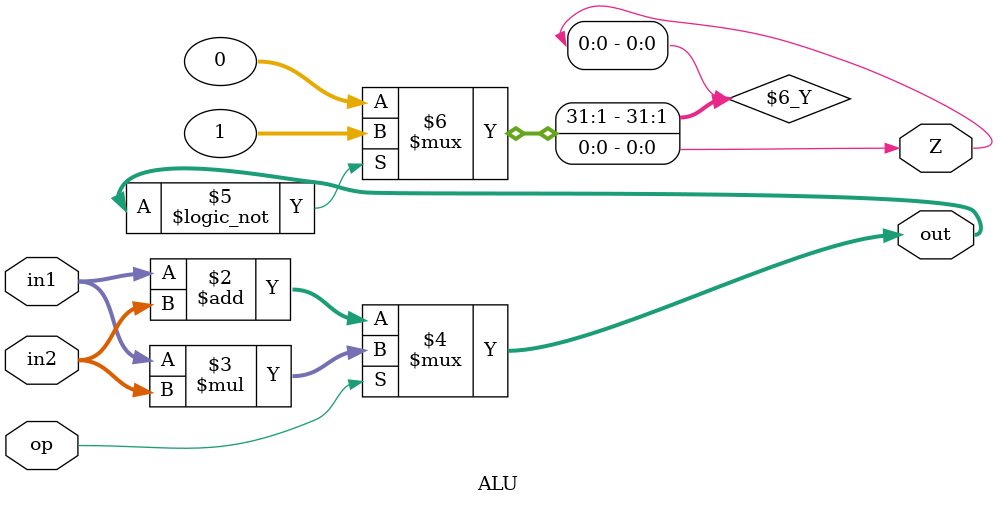
<source format=v>
module ALU(in1, in2, op, out, Z);
    input wire signed[511:0] in1;
    input wire signed[511:0] in2;
    output wire Z;
    input wire op; // 1 for multiplication and 0 for addition
    output wire signed[1023:0]out; // least significan
    assign out = op == 0 ? in1 + in2 : in1 * in2;
    assign Z = out == 0 ? 1 : 0;
endmodule
</source>
